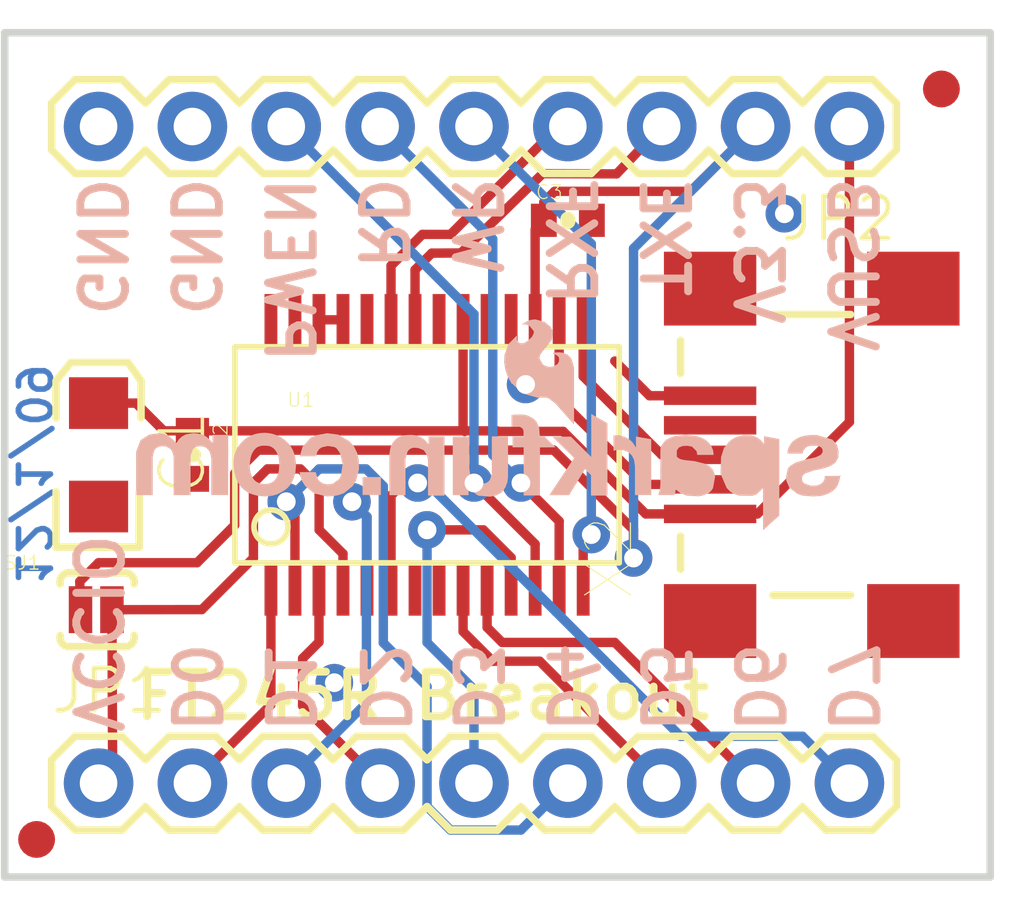
<source format=kicad_pcb>
(kicad_pcb (version 20211014) (generator pcbnew)
  (layers (0 "F.Cu" signal) (31 "B.Cu" signal) (34 "B.Paste" user) (35 "F.Paste" user) (36 "B.SilkS" user "B.Silkscreen") (37 "F.SilkS" user "F.Silkscreen") (38 "B.Mask" user) (39 "F.Mask" user) (44 "Edge.Cuts" user))
  (net 0 "")
  (net 1 "GND")
  (net 2 "USB_D-")
  (net 3 "USB_D+")
  (net 4 "VUSB")
  (net 5 "D0")
  (net 6 "D1")
  (net 7 "D2")
  (net 8 "D3")
  (net 9 "D4")
  (net 10 "D5")
  (net 11 "D6")
  (net 12 "D7")
  (net 13 "RXF")
  (net 14 "TXE")
  (net 15 "RD")
  (net 16 "WR")
  (net 17 "PWEN")
  (net 18 "3.3V")
  (net 19 "VCCIO")
  (footprint "boardEagle:FIDUCIAL-1X2" (layer "F.Cu") (at 136.0297 115.4176)
    (fp_text reference "JP3" hide)
    (fp_text value "FIDUCIAL1X2" hide)
    (pad "1" smd roundrect (at 0 0) (size 1 1) (layers "F.Cu" "F.Mask") (roundrect_rratio 0.5))
  )
  (footprint "boardEagle:FIDUCIAL-1X2" (layer "F.Cu") (at 160.5153 95.0976)
    (fp_text reference "JP4" hide)
    (fp_text value "FIDUCIAL1X2" hide)
    (pad "1" smd roundrect (at 0 0) (size 1 1) (layers "F.Cu" "F.Mask") (roundrect_rratio 0.5))
  )
  (footprint "boardEagle:1X09" (layer "F.Cu") (at 137.7061 113.8936)
    (fp_text reference "JP1" (at -1.3462 -1.8288) (layer "F.SilkS") (effects (font (size 1.143 1.143) (thickness 0.127)) (justify left bottom)))
    (fp_text value "M09")
    (pad "1" thru_hole circle (at 0 0 90) (size 1.8796 1.8796) (drill 1.016) (layers *.Cu *.Mask) (net 19 "VCCIO"))
    (pad "2" thru_hole circle (at 2.54 0 90) (size 1.8796 1.8796) (drill 1.016) (layers *.Cu *.Mask) (net 5 "D0"))
    (pad "3" thru_hole circle (at 5.08 0 90) (size 1.8796 1.8796) (drill 1.016) (layers *.Cu *.Mask) (net 6 "D1"))
    (pad "4" thru_hole circle (at 7.62 0 90) (size 1.8796 1.8796) (drill 1.016) (layers *.Cu *.Mask) (net 7 "D2"))
    (pad "5" thru_hole circle (at 10.16 0 90) (size 1.8796 1.8796) (drill 1.016) (layers *.Cu *.Mask) (net 8 "D3"))
    (pad "6" thru_hole circle (at 12.7 0 90) (size 1.8796 1.8796) (drill 1.016) (layers *.Cu *.Mask) (net 9 "D4"))
    (pad "7" thru_hole circle (at 15.24 0 90) (size 1.8796 1.8796) (drill 1.016) (layers *.Cu *.Mask) (net 10 "D5"))
    (pad "8" thru_hole circle (at 17.78 0 90) (size 1.8796 1.8796) (drill 1.016) (layers *.Cu *.Mask) (net 11 "D6"))
    (pad "9" thru_hole circle (at 20.32 0 90) (size 1.8796 1.8796) (drill 1.016) (layers *.Cu *.Mask) (net 12 "D7"))
  )
  (footprint "boardEagle:SJ_2S-NOTRACE" (layer "F.Cu") (at 137.668 109.1971)
    (fp_text reference "SJ1" (at -2.54 -1.27) (layer "F.SilkS") (effects (font (size 0.369011 0.369011) (thickness 0.037389)) (justify left)))
    (fp_text value "SOLDERJUMPERNC2")
    (pad "1" smd rect (at -0.45 0) (size 0.635 1.27) (layers "F.Cu" "F.Mask") (net 18 "3.3V"))
    (pad "2" smd rect (at 0.4 0) (size 0.635 1.27) (layers "F.Cu" "F.Mask") (net 19 "VCCIO"))
  )
  (footprint "boardEagle:0402-CAP" (layer "F.Cu") (at 150.4061 98.6536)
    (fp_text reference "C3" (at -0.889 -0.762) (layer "F.SilkS") (effects (font (size 0.376489 0.376489) (thickness 0.029911)) (justify left)))
    (fp_text value "0.1uF")
    (pad "1" smd rect (at -0.65 0) (size 0.7 0.9) (layers "F.Cu" "F.Paste" "F.Mask") (net 18 "3.3V"))
    (pad "2" smd rect (at 0.65 0) (size 0.7 0.9) (layers "F.Cu" "F.Paste" "F.Mask") (net 1 "GND"))
  )
  (footprint "boardEagle:0402-CAP" (layer "F.Cu") (at 140.2461 105.0036 -90)
    (fp_text reference "C2" (at -0.889 -0.762 90) (layer "F.SilkS") (effects (font (size 0.376489 0.376489) (thickness 0.029911)) (justify right)))
    (fp_text value "0.1uF")
    (pad "1" smd rect (at -0.65 0 270) (size 0.7 0.9) (layers "F.Cu" "F.Paste" "F.Mask") (net 4 "VUSB"))
    (pad "2" smd rect (at 0.65 0 270) (size 0.7 0.9) (layers "F.Cu" "F.Paste" "F.Mask") (net 1 "GND"))
  )
  (footprint "boardEagle:USB-MINIB" (layer "F.Cu") (at 156.7561 105.0036 180)
    (fp_text reference "X2" (at 5.2275 -1.5875 90) (layer "F.SilkS") (effects (font (size 1.240089 1.240089) (thickness 0.029911)) (justify right)))
    (fp_text value "USBSMD" hide)
    (pad "" np_thru_hole circle (at 0 -2.2 180) (size 0.9 0.9) (drill 0.9) (layers *.Cu *.Mask))
    (pad "" np_thru_hole circle (at 0 2.2 180) (size 0.9 0.9) (drill 0.9) (layers *.Cu *.Mask))
    (pad "D+" smd rect (at 2.5 0 180) (size 2.5 0.5) (layers "F.Cu" "F.Paste" "F.Mask") (net 3 "USB_D+"))
    (pad "D-" smd rect (at 2.5 -0.8 180) (size 2.5 0.5) (layers "F.Cu" "F.Paste" "F.Mask") (net 2 "USB_D-"))
    (pad "GND" smd rect (at 2.5 1.6 180) (size 2.5 0.5) (layers "F.Cu" "F.Paste" "F.Mask") (net 1 "GND"))
    (pad "GND@1" smd rect (at -3 4.5 180) (size 2.5 2) (layers "F.Cu" "F.Paste" "F.Mask"))
    (pad "GND@2" smd rect (at -3 -4.5 180) (size 2.5 2) (layers "F.Cu" "F.Paste" "F.Mask"))
    (pad "GND@3" smd rect (at 2.5 -4.5 180) (size 2.5 2) (layers "F.Cu" "F.Paste" "F.Mask"))
    (pad "GND@4" smd rect (at 2.5 4.5 180) (size 2.5 2) (layers "F.Cu" "F.Paste" "F.Mask"))
    (pad "ID" smd rect (at 2.5 0.8 180) (size 2.5 0.5) (layers "F.Cu" "F.Paste" "F.Mask"))
    (pad "VBUS" smd rect (at 2.5 -1.6 180) (size 2.5 0.5) (layers "F.Cu" "F.Paste" "F.Mask") (net 4 "VUSB"))
  )
  (footprint "boardEagle:SSOP28DB" (layer "F.Cu") (at 146.5961 105.0036)
    (fp_text reference "U1" (at -3.81 -1.27) (layer "F.SilkS") (effects (font (size 0.373888 0.373888) (thickness 0.032512)) (justify left bottom)))
    (fp_text value "FT245RL")
    (pad "1" smd rect (at -4.225 3.656) (size 0.348 1.397) (layers "F.Cu" "F.Paste" "F.Mask") (net 5 "D0"))
    (pad "2" smd rect (at -3.575 3.656) (size 0.348 1.397) (layers "F.Cu" "F.Paste" "F.Mask") (net 9 "D4"))
    (pad "3" smd rect (at -2.925 3.656) (size 0.348 1.397) (layers "F.Cu" "F.Paste" "F.Mask") (net 7 "D2"))
    (pad "4" smd rect (at -2.275 3.656) (size 0.348 1.397) (layers "F.Cu" "F.Paste" "F.Mask") (net 19 "VCCIO"))
    (pad "5" smd rect (at -1.625 3.656) (size 0.348 1.397) (layers "F.Cu" "F.Paste" "F.Mask") (net 6 "D1"))
    (pad "6" smd rect (at -0.975 3.656) (size 0.348 1.397) (layers "F.Cu" "F.Paste" "F.Mask") (net 12 "D7"))
    (pad "7" smd rect (at -0.325 3.656) (size 0.348 1.397) (layers "F.Cu" "F.Paste" "F.Mask") (net 1 "GND"))
    (pad "8" smd rect (at 0.325 3.656) (size 0.348 1.397) (layers "F.Cu" "F.Paste" "F.Mask"))
    (pad "9" smd rect (at 0.975 3.656) (size 0.348 1.397) (layers "F.Cu" "F.Paste" "F.Mask") (net 10 "D5"))
    (pad "10" smd rect (at 1.625 3.656) (size 0.348 1.397) (layers "F.Cu" "F.Paste" "F.Mask") (net 11 "D6"))
    (pad "11" smd rect (at 2.275 3.656) (size 0.348 1.397) (layers "F.Cu" "F.Paste" "F.Mask") (net 8 "D3"))
    (pad "12" smd rect (at 2.925 3.656) (size 0.348 1.397) (layers "F.Cu" "F.Paste" "F.Mask") (net 17 "PWEN"))
    (pad "13" smd rect (at 3.575 3.656) (size 0.348 1.397) (layers "F.Cu" "F.Paste" "F.Mask") (net 15 "RD"))
    (pad "14" smd rect (at 4.225 3.656) (size 0.348 1.397) (layers "F.Cu" "F.Paste" "F.Mask") (net 16 "WR"))
    (pad "15" smd rect (at 4.225 -3.656) (size 0.348 1.397) (layers "F.Cu" "F.Paste" "F.Mask") (net 3 "USB_D+"))
    (pad "16" smd rect (at 3.575 -3.656) (size 0.348 1.397) (layers "F.Cu" "F.Paste" "F.Mask") (net 2 "USB_D-"))
    (pad "17" smd rect (at 2.925 -3.656) (size 0.348 1.397) (layers "F.Cu" "F.Paste" "F.Mask") (net 18 "3.3V"))
    (pad "18" smd rect (at 2.275 -3.656) (size 0.348 1.397) (layers "F.Cu" "F.Paste" "F.Mask") (net 1 "GND"))
    (pad "19" smd rect (at 1.625 -3.656) (size 0.348 1.397) (layers "F.Cu" "F.Paste" "F.Mask"))
    (pad "20" smd rect (at 0.975 -3.656) (size 0.348 1.397) (layers "F.Cu" "F.Paste" "F.Mask") (net 4 "VUSB"))
    (pad "21" smd rect (at 0.325 -3.656) (size 0.348 1.397) (layers "F.Cu" "F.Paste" "F.Mask") (net 1 "GND"))
    (pad "22" smd rect (at -0.325 -3.656) (size 0.348 1.397) (layers "F.Cu" "F.Paste" "F.Mask") (net 14 "TXE"))
    (pad "23" smd rect (at -0.975 -3.656) (size 0.348 1.397) (layers "F.Cu" "F.Paste" "F.Mask") (net 13 "RXF"))
    (pad "24" smd rect (at -1.625 -3.656) (size 0.348 1.397) (layers "F.Cu" "F.Paste" "F.Mask"))
    (pad "25" smd rect (at -2.275 -3.656) (size 0.348 1.397) (layers "F.Cu" "F.Paste" "F.Mask") (net 1 "GND"))
    (pad "26" smd rect (at -2.925 -3.656) (size 0.348 1.397) (layers "F.Cu" "F.Paste" "F.Mask") (net 1 "GND"))
    (pad "27" smd rect (at -3.575 -3.656) (size 0.348 1.397) (layers "F.Cu" "F.Paste" "F.Mask"))
    (pad "28" smd rect (at -4.225 -3.656) (size 0.348 1.397) (layers "F.Cu" "F.Paste" "F.Mask"))
  )
  (footprint "boardEagle:1X09" (layer "F.Cu") (at 158.0261 96.1136 180)
    (fp_text reference "JP2" (at -1.3462 -1.8288 180) (layer "F.SilkS") (effects (font (size 1.143 1.143) (thickness 0.127)) (justify right top)))
    (fp_text value "M09")
    (pad "1" thru_hole circle (at 0 0 270) (size 1.8796 1.8796) (drill 1.016) (layers *.Cu *.Mask) (net 4 "VUSB"))
    (pad "2" thru_hole circle (at 2.54 0 270) (size 1.8796 1.8796) (drill 1.016) (layers *.Cu *.Mask) (net 18 "3.3V"))
    (pad "3" thru_hole circle (at 5.08 0 270) (size 1.8796 1.8796) (drill 1.016) (layers *.Cu *.Mask) (net 14 "TXE"))
    (pad "4" thru_hole circle (at 7.62 0 270) (size 1.8796 1.8796) (drill 1.016) (layers *.Cu *.Mask) (net 13 "RXF"))
    (pad "5" thru_hole circle (at 10.16 0 270) (size 1.8796 1.8796) (drill 1.016) (layers *.Cu *.Mask) (net 16 "WR"))
    (pad "6" thru_hole circle (at 12.7 0 270) (size 1.8796 1.8796) (drill 1.016) (layers *.Cu *.Mask) (net 15 "RD"))
    (pad "7" thru_hole circle (at 15.24 0 270) (size 1.8796 1.8796) (drill 1.016) (layers *.Cu *.Mask) (net 17 "PWEN"))
    (pad "8" thru_hole circle (at 17.78 0 270) (size 1.8796 1.8796) (drill 1.016) (layers *.Cu *.Mask) (net 1 "GND"))
    (pad "9" thru_hole circle (at 20.32 0 270) (size 1.8796 1.8796) (drill 1.016) (layers *.Cu *.Mask) (net 1 "GND"))
  )
  (footprint "boardEagle:CPOL_1206" (layer "F.Cu") (at 137.7061 105.0036 180)
    (fp_text reference "C1" (at -2.27 1.27 90) (layer "F.SilkS") (effects (font (size 1.176528 1.176528) (thickness 0.093472)) (justify right)))
    (fp_text value "10uF")
    (pad "A" smd rect (at 0 1.4 180) (size 1.6 1.4) (layers "F.Cu" "F.Paste" "F.Mask") (net 4 "VUSB"))
    (pad "C" smd rect (at 0 -1.4 180) (size 1.6 1.4) (layers "F.Cu" "F.Paste" "F.Mask") (net 1 "GND"))
  )
  (footprint "boardEagle:SFE-NEW-WEBLOGO" (layer "B.Cu") (at 157.7721 107.0356 180)
    (fp_text reference "U$1" hide)
    (fp_text value "LOGO-SFENEW" hide)
  )
  (gr_line (start 135.1661 116.4336) (end 135.1661 93.5736) (layer "Edge.Cuts") (width 0.2032))
  (gr_line (start 135.1661 93.5736) (end 161.8361 93.5736) (layer "Edge.Cuts") (width 0.2032))
  (gr_line (start 161.8361 116.4336) (end 135.1661 116.4336) (layer "Edge.Cuts") (width 0.2032))
  (gr_line (start 161.8361 93.5736) (end 161.8361 116.4336) (layer "Edge.Cuts") (width 0.2032))
  (gr_text "12/1/09" (at 136.4361 102.4636 -90) (layer "B.Cu") (effects (font (size 0.8636 0.8636) (thickness 0.1524)) (justify right top mirror)))
  (gr_text "RXF" (at 151.1681 97.3836 -90) (layer "B.SilkS") (effects (font (size 1.20904 1.20904) (thickness 0.21336)) (justify right top mirror)))
  (gr_text "VUSB" (at 158.7881 97.3836 -90) (layer "B.SilkS") (effects (font (size 1.20904 1.20904) (thickness 0.21336)) (justify right top mirror)))
  (gr_text "RD" (at 146.0881 97.3836 -90) (layer "B.SilkS") (effects (font (size 1.20904 1.20904) (thickness 0.21336)) (justify right top mirror)))
  (gr_text "D7" (at 157.3911 112.6236 -90) (layer "B.SilkS") (effects (font (size 1.20904 1.20904) (thickness 0.21336)) (justify left bottom mirror)))
  (gr_text "D0" (at 139.6111 112.6236 -90) (layer "B.SilkS") (effects (font (size 1.20904 1.20904) (thickness 0.21336)) (justify left bottom mirror)))
  (gr_text "D3" (at 147.2311 112.6236 -90) (layer "B.SilkS") (effects (font (size 1.20904 1.20904) (thickness 0.21336)) (justify left bottom mirror)))
  (gr_text "D6" (at 154.8511 112.6236 -90) (layer "B.SilkS") (effects (font (size 1.20904 1.20904) (thickness 0.21336)) (justify left bottom mirror)))
  (gr_text "D5" (at 152.3111 112.6236 -90) (layer "B.SilkS") (effects (font (size 1.20904 1.20904) (thickness 0.21336)) (justify left bottom mirror)))
  (gr_text "TXE" (at 153.7081 97.3836 -90) (layer "B.SilkS") (effects (font (size 1.20904 1.20904) (thickness 0.21336)) (justify right top mirror)))
  (gr_text "GND" (at 138.4681 97.3836 -90) (layer "B.SilkS") (effects (font (size 1.20904 1.20904) (thickness 0.21336)) (justify right top mirror)))
  (gr_text "PWEN" (at 143.5481 97.3836 -90) (layer "B.SilkS") (effects (font (size 1.20904 1.20904) (thickness 0.21336)) (justify right top mirror)))
  (gr_text "D4" (at 149.7711 112.6236 -90) (layer "B.SilkS") (effects (font (size 1.20904 1.20904) (thickness 0.21336)) (justify left bottom mirror)))
  (gr_text "VCCIO" (at 136.9441 112.6236 -90) (layer "B.SilkS") (effects (font (size 1.20904 1.20904) (thickness 0.21336)) (justify left bottom mirror)))
  (gr_text "V3.3" (at 156.2481 97.3836 -90) (layer "B.SilkS") (effects (font (size 1.20904 1.20904) (thickness 0.21336)) (justify right top mirror)))
  (gr_text "WR" (at 148.6281 97.3836 -90) (layer "B.SilkS") (effects (font (size 1.20904 1.20904) (thickness 0.21336)) (justify right top mirror)))
  (gr_text "GND" (at 141.0081 97.3836 -90) (layer "B.SilkS") (effects (font (size 1.20904 1.20904) (thickness 0.21336)) (justify right top mirror)))
  (gr_text "D2" (at 144.7226 112.6386 -90) (layer "B.SilkS") (effects (font (size 1.20904 1.20904) (thickness 0.21336)) (justify left bottom mirror)))
  (gr_text "D1" (at 142.1511 112.6236 -90) (layer "B.SilkS") (effects (font (size 1.20904 1.20904) (thickness 0.21336)) (justify left bottom mirror)))
  (gr_text "FT245R Breakout" (at 138.5951 112.2426) (layer "F.SilkS") (effects (font (size 1.20904 1.20904) (thickness 0.21336)) (justify left bottom)))
  (segment (start 152.6161 103.4036) (end 154.2561 103.4036) (width 0.254) (layer "F.Cu") (net 1))
  (segment (start 143.6751 101.4476) (end 143.6711 101.4436) (width 0.254) (layer "F.Cu") (net 1))
  (segment (start 143.7751 101.3476) (end 143.6751 101.4476) (width 0.254) (layer "F.Cu") (net 1))
  (segment (start 143.6711 101.4436) (end 143.6711 101.3476) (width 0.254) (layer "F.Cu") (net 1))
  (segment (start 151.6761 102.4636) (end 152.6161 103.4036) (width 0.254) (layer "F.Cu") (net 1))
  (segment (start 144.3211 101.3476) (end 143.7751 101.3476) (width 0.254) (layer "F.Cu") (net 1))
  (segment (start 148.8711 101.3476) (end 148.8711 102.7066) (width 0.254) (layer "F.Cu") (net 1))
  (segment (start 148.8711 102.7066) (end 149.2631 103.0986) (width 0.254) (layer "F.Cu") (net 1))
  (via (at 149.2631 103.0986) (size 1.016) (drill 0.508) (layers "F.Cu" "B.Cu") (net 1))
  (via (at 156.2659 98.4758) (size 1.016) (drill 0.508) (layers "F.Cu" "B.Cu") (net 1))
  (via (at 144.0866 111.1733) (size 1.016) (drill 0.508) (layers "F.Cu" "B.Cu") (net 1))
  (segment (start 150.1711 101.3476) (end 150.1711 103.4986) (width 0.254) (layer "F.Cu") (net 2))
  (segment (start 150.1711 103.4986) (end 152.4761 105.8036) (width 0.254) (layer "F.Cu") (net 2))
  (segment (start 152.4761 105.8036) (end 154.2561 105.8036) (width 0.254) (layer "F.Cu") (net 2))
  (segment (start 150.8211 101.3476) (end 150.8211 102.8786) (width 0.254) (layer "F.Cu") (net 3))
  (segment (start 150.8211 102.8786) (end 152.9461 105.0036) (width 0.254) (layer "F.Cu") (net 3))
  (segment (start 152.9461 105.0036) (end 154.2561 105.0036) (width 0.254) (layer "F.Cu") (net 3))
  (segment (start 154.2561 106.6036) (end 155.5371 106.6036) (width 0.254) (layer "F.Cu") (net 4))
  (segment (start 148.5011 104.3686) (end 150.2791 104.3686) (width 0.254) (layer "F.Cu") (net 4))
  (segment (start 147.6121 104.3536) (end 147.6121 104.3686) (width 0.254) (layer "F.Cu") (net 4))
  (segment (start 140.2461 104.3536) (end 147.6121 104.3536) (width 0.254) (layer "F.Cu") (net 4))
  (segment (start 150.2791 104.3686) (end 152.5141 106.6036) (width 0.254) (layer "F.Cu") (net 4))
  (segment (start 148.4861 104.3536) (end 148.5011 104.3686) (width 0.254) (layer "F.Cu") (net 4))
  (segment (start 147.6121 104.3536) (end 148.4861 104.3536) (width 0.254) (layer "F.Cu") (net 4))
  (segment (start 147.6121 104.3686) (end 147.5711 104.3276) (width 0.254) (layer "F.Cu") (net 4))
  (segment (start 147.5711 104.3276) (end 147.5711 101.3476) (width 0.254) (layer "F.Cu") (net 4))
  (segment (start 139.4691 104.3536) (end 138.7191 103.6036) (width 0.254) (layer "F.Cu") (net 4))
  (segment (start 139.4691 104.3536) (end 140.2461 104.3536) (width 0.254) (layer "F.Cu") (net 4))
  (segment (start 158.0261 104.1146) (end 158.0261 96.1136) (width 0.254) (layer "F.Cu") (net 4))
  (segment (start 155.5371 106.6036) (end 158.0261 104.1146) (width 0.254) (layer "F.Cu") (net 4))
  (segment (start 138.7191 103.6036) (end 137.7061 103.6036) (width 0.254) (layer "F.Cu") (net 4))
  (segment (start 152.5141 106.6036) (end 154.2561 106.6036) (width 0.254) (layer "F.Cu") (net 4))
  (segment (start 140.2461 113.8936) (end 142.3711 111.7686) (width 0.254) (layer "F.Cu") (net 5))
  (segment (start 142.3711 111.7686) (end 142.3711 108.6596) (width 0.254) (layer "F.Cu") (net 5))
  (segment (start 144.5641 106.2736) (end 144.9711 106.6806) (width 0.254) (layer "F.Cu") (net 6))
  (segment (start 144.9711 106.6806) (end 144.9711 108.6596) (width 0.254) (layer "F.Cu") (net 6))
  (via (at 144.5641 106.2736) (size 1.016) (drill 0.508) (layers "F.Cu" "B.Cu") (net 6))
  (segment (start 144.9553 106.6648) (end 144.5641 106.2736) (width 0.254) (layer "B.Cu") (net 6))
  (segment (start 142.7861 113.8936) (end 144.9553 111.7244) (width 0.254) (layer "B.Cu") (net 6))
  (segment (start 144.9553 111.7244) (end 144.9553 106.6648) (width 0.254) (layer "B.Cu") (net 6))
  (segment (start 143.2281 111.7956) (end 143.2281 110.5154) (width 0.254) (layer "F.Cu") (net 7))
  (segment (start 143.2281 110.5154) (end 143.6711 110.0724) (width 0.254) (layer "F.Cu") (net 7))
  (segment (start 143.2281 111.7956) (end 145.3261 113.8936) (width 0.254) (layer "F.Cu") (net 7))
  (segment (start 143.6711 110.0724) (end 143.6711 108.6596) (width 0.254) (layer "F.Cu") (net 7))
  (segment (start 148.8711 107.7866) (end 148.8711 108.6596) (width 0.254) (layer "F.Cu") (net 8))
  (segment (start 146.5961 107.0356) (end 148.1201 107.0356) (width 0.254) (layer "F.Cu") (net 8))
  (segment (start 148.1201 107.0356) (end 148.8711 107.7866) (width 0.254) (layer "F.Cu") (net 8))
  (via (at 146.5961 107.0356) (size 1.016) (drill 0.508) (layers "F.Cu" "B.Cu") (net 8))
  (segment (start 146.5961 110.0836) (end 146.5961 107.0356) (width 0.254) (layer "B.Cu") (net 8))
  (segment (start 147.8661 113.8936) (end 147.8661 111.3536) (width 0.254) (layer "B.Cu") (net 8))
  (segment (start 147.8661 111.3536) (end 146.5961 110.0836) (width 0.254) (layer "B.Cu") (net 8))
  (segment (start 143.0211 106.5086) (end 143.0211 108.6596) (width 0.254) (layer "F.Cu") (net 9))
  (segment (start 142.7861 106.2736) (end 143.0211 106.5086) (width 0.254) (layer "F.Cu") (net 9))
  (via (at 142.7861 106.2736) (size 1.016) (drill 0.508) (layers "F.Cu" "B.Cu") (net 9))
  (segment (start 146.5961 111.2774) (end 145.4125 110.0938) (width 0.254) (layer "B.Cu") (net 9))
  (segment (start 144.9451 105.3846) (end 143.6751 105.3846) (width 0.254) (layer "B.Cu") (net 9))
  (segment (start 145.4125 105.852) (end 144.9451 105.3846) (width 0.254) (layer "B.Cu") (net 9))
  (segment (start 146.5961 114.5286) (end 146.5961 111.2774) (width 0.254) (layer "B.Cu") (net 9))
  (segment (start 145.4125 110.0938) (end 145.4125 105.852) (width 0.254) (layer "B.Cu") (net 9))
  (segment (start 146.5961 114.5286) (end 147.2311 115.1636) (width 0.254) (layer "B.Cu") (net 9))
  (segment (start 147.2311 115.1636) (end 149.1361 115.1636) (width 0.254) (layer "B.Cu") (net 9))
  (segment (start 143.6751 105.3846) (end 142.7861 106.2736) (width 0.254) (layer "B.Cu") (net 9))
  (segment (start 149.1361 115.1636) (end 150.4061 113.8936) (width 0.254) (layer "B.Cu") (net 9))
  (segment (start 147.5711 109.7886) (end 148.3741 110.5916) (width 0.254) (layer "F.Cu") (net 10))
  (segment (start 149.6441 110.5916) (end 152.9461 113.8936) (width 0.254) (layer "F.Cu") (net 10))
  (segment (start 147.5711 109.7886) (end 147.5711 108.6596) (width 0.254) (layer "F.Cu") (net 10))
  (segment (start 148.3741 110.5916) (end 149.6441 110.5916) (width 0.254) (layer "F.Cu") (net 10))
  (segment (start 148.6281 110.0836) (end 151.6761 110.0836) (width 0.254) (layer "F.Cu") (net 11))
  (segment (start 151.6761 110.0836) (end 155.4861 113.8936) (width 0.254) (layer "F.Cu") (net 11))
  (segment (start 148.6281 110.0836) (end 148.2211 109.6766) (width 0.254) (layer "F.Cu") (net 11))
  (segment (start 148.2211 109.6766) (end 148.2211 108.6596) (width 0.254) (layer "F.Cu") (net 11))
  (segment (start 145.6211 106.1056) (end 145.9611 105.7656) (width 0.254) (layer "F.Cu") (net 12))
  (segment (start 145.9611 105.7656) (end 146.3421 105.7656) (width 0.254) (layer "F.Cu") (net 12))
  (segment (start 145.6211 108.6596) (end 145.6211 106.1056) (width 0.254) (layer "F.Cu") (net 12))
  (via (at 146.3421 105.7656) (size 1.016) (drill 0.508) (layers "F.Cu" "B.Cu") (net 12))
  (segment (start 156.7561 112.6236) (end 158.0261 113.8936) (width 0.254) (layer "B.Cu") (net 12))
  (segment (start 146.3421 105.7656) (end 146.5961 105.7656) (width 0.254) (layer "B.Cu") (net 12))
  (segment (start 153.4541 112.6236) (end 156.7561 112.6236) (width 0.254) (layer "B.Cu") (net 12))
  (segment (start 146.5961 105.7656) (end 153.4541 112.6236) (width 0.254) (layer "B.Cu") (net 12))
  (segment (start 150.1521 96.1136) (end 150.4061 96.1136) (width 0.254) (layer "F.Cu") (net 13))
  (segment (start 145.6211 99.8826) (end 146.4691 99.0346) (width 0.254) (layer "F.Cu") (net 13))
  (segment (start 147.2311 99.0346) (end 150.1521 96.1136) (width 0.254) (layer "F.Cu") (net 13))
  (segment (start 145.6211 101.3476) (end 145.6211 99.8826) (width 0.254) (layer "F.Cu") (net 13))
  (segment (start 146.4691 99.0346) (end 147.2311 99.0346) (width 0.254) (layer "F.Cu") (net 13))
  (segment (start 149.723 97.3911) (end 151.727 97.3962) (width 0.254) (layer "F.Cu") (net 14))
  (segment (start 146.7231 99.5426) (end 147.5131 99.5375) (width 0.254) (layer "F.Cu") (net 14))
  (segment (start 146.2711 99.9946) (end 146.7231 99.5426) (width 0.254) (layer "F.Cu") (net 14))
  (segment (start 146.2711 101.3476) (end 146.2711 99.9946) (width 0.254) (layer "F.Cu") (net 14))
  (segment (start 147.5131 99.5375) (end 149.723 97.3911) (width 0.254) (layer "F.Cu") (net 14))
  (segment (start 151.727 97.3962) (end 152.9461 96.1136) (width 0.254) (layer "F.Cu") (net 14))
  (segment (start 150.1711 108.6596) (end 150.1711 106.8006) (width 0.254) (layer "F.Cu") (net 15))
  (segment (start 150.1711 106.8006) (end 149.1361 105.7656) (width 0.254) (layer "F.Cu") (net 15))
  (via (at 149.1361 105.7656) (size 1.016) (drill 0.508) (layers "F.Cu" "B.Cu") (net 15))
  (segment (start 149.1361 105.7656) (end 148.3741 105.0036) (width 0.254) (layer "B.Cu") (net 15))
  (segment (start 148.3741 99.1616) (end 145.3261 96.1136) (width 0.254) (layer "B.Cu") (net 15))
  (segment (start 148.3741 105.0036) (end 148.3741 99.1616) (width 0.254) (layer "B.Cu") (net 15))
  (segment (start 150.8211 108.6596) (end 150.8211 107.3826) (width 0.254) (layer "F.Cu") (net 16))
  (segment (start 150.8211 107.3826) (end 151.0411 107.1626) (width 0.254) (layer "F.Cu") (net 16))
  (via (at 151.0411 107.1626) (size 1.016) (drill 0.508) (layers "F.Cu" "B.Cu") (net 16))
  (segment (start 151.0411 107.1626) (end 151.0411 99.2886) (width 0.254) (layer "B.Cu") (net 16))
  (segment (start 151.0411 99.2886) (end 147.8661 96.1136) (width 0.254) (layer "B.Cu") (net 16))
  (segment (start 149.5211 107.4206) (end 147.8661 105.7656) (width 0.254) (layer "F.Cu") (net 17))
  (segment (start 149.5211 108.6596) (end 149.5211 107.4206) (width 0.254) (layer "F.Cu") (net 17))
  (via (at 147.8661 105.7656) (size 1.016) (drill 0.508) (layers "F.Cu" "B.Cu") (net 17))
  (segment (start 147.8661 101.1936) (end 142.7861 96.1136) (width 0.254) (layer "B.Cu") (net 17))
  (segment (start 147.8661 105.7656) (end 147.8661 101.1936) (width 0.254) (layer "B.Cu") (net 17))
  (segment (start 154.0701 97.5296) (end 153.731 97.8687) (width 0.254) (layer "F.Cu") (net 18))
  (segment (start 142.0241 104.8766) (end 150.0251 104.8766) (width 0.254) (layer "F.Cu") (net 18))
  (segment (start 150.0251 104.8766) (end 152.1841 107.0356) (width 0.254) (layer "F.Cu") (net 18))
  (segment (start 137.1981 108.4326) (end 137.7061 107.9246) (width 0.254) (layer "F.Cu") (net 18))
  (segment (start 137.218 109.1971) (end 137.1981 108.4326) (width 0.254) (layer "F.Cu") (net 18))
  (segment (start 137.7061 107.9246) (end 140.3731 107.9246) (width 0.254) (layer "F.Cu") (net 18))
  (segment (start 155.4861 96.1136) (end 154.0701 97.5296) (width 0.254) (layer "F.Cu") (net 18))
  (segment (start 150.048 97.8687) (end 149.7561 98.1606) (width 0.254) (layer "F.Cu") (net 18))
  (segment (start 141.3891 106.9086) (end 141.3891 105.5116) (width 0.254) (layer "F.Cu") (net 18))
  (segment (start 149.7561 98.6536) (end 149.7711 98.6536) (width 0.254) (layer "F.Cu") (net 18))
  (segment (start 153.731 97.8687) (end 150.048 97.8687) (width 0.254) (layer "F.Cu") (net 18))
  (segment (start 149.7561 98.1606) (end 149.7561 98.6536) (width 0.254) (layer "F.Cu") (net 18))
  (segment (start 140.3731 107.9246) (end 141.3891 106.9086) (width 0.254) (layer "F.Cu") (net 18))
  (segment (start 152.1841 107.0356) (end 152.1841 107.7976) (width 0.254) (layer "F.Cu") (net 18))
  (segment (start 149.5211 98.9036) (end 149.5211 101.3476) (width 0.254) (layer "F.Cu") (net 18))
  (segment (start 149.7711 98.6536) (end 149.5211 98.9036) (width 0.254) (layer "F.Cu") (net 18))
  (segment (start 141.3891 105.5116) (end 142.0241 104.8766) (width 0.254) (layer "F.Cu") (net 18))
  (segment (start 154.0701 97.5296) (end 153.8351 97.7646) (width 0.254) (layer "F.Cu") (net 18))
  (via (at 152.1841 107.7976) (size 1.016) (drill 0.508) (layers "F.Cu" "B.Cu") (net 18))
  (segment (start 152.1841 107.7976) (end 152.1841 99.4156) (width 0.254) (layer "B.Cu") (net 18))
  (segment (start 152.1841 99.4156) (end 155.4861 96.1136) (width 0.254) (layer "B.Cu") (net 18))
  (segment (start 140.5001 109.1946) (end 141.8971 107.7976) (width 0.254) (layer "F.Cu") (net 19))
  (segment (start 142.2781 105.3846) (end 143.1671 105.3846) (width 0.254) (layer "F.Cu") (net 19))
  (segment (start 138.068 109.1971) (end 140.5001 109.1946) (width 0.254) (layer "F.Cu") (net 19))
  (segment (start 143.6751 107.0356) (end 144.3211 107.6816) (width 0.254) (layer "F.Cu") (net 19))
  (segment (start 141.8971 105.7656) (end 142.2781 105.3846) (width 0.254) (layer "F.Cu") (net 19))
  (segment (start 138.0871 113.5126) (end 138.068 109.1971) (width 0.254) (layer "F.Cu") (net 19))
  (segment (start 141.8971 107.7976) (end 141.8971 105.7656) (width 0.254) (layer "F.Cu") (net 19))
  (segment (start 143.6751 105.8926) (end 143.6751 107.0356) (width 0.254) (layer "F.Cu") (net 19))
  (segment (start 143.1671 105.3846) (end 143.6751 105.8926) (width 0.254) (layer "F.Cu") (net 19))
  (segment (start 144.3211 107.6816) (end 144.3211 108.6596) (width 0.254) (layer "F.Cu") (net 19))
  (segment (start 137.7061 113.8936) (end 138.0871 113.5126) (width 0.254) (layer "F.Cu") (net 19))
)
</source>
